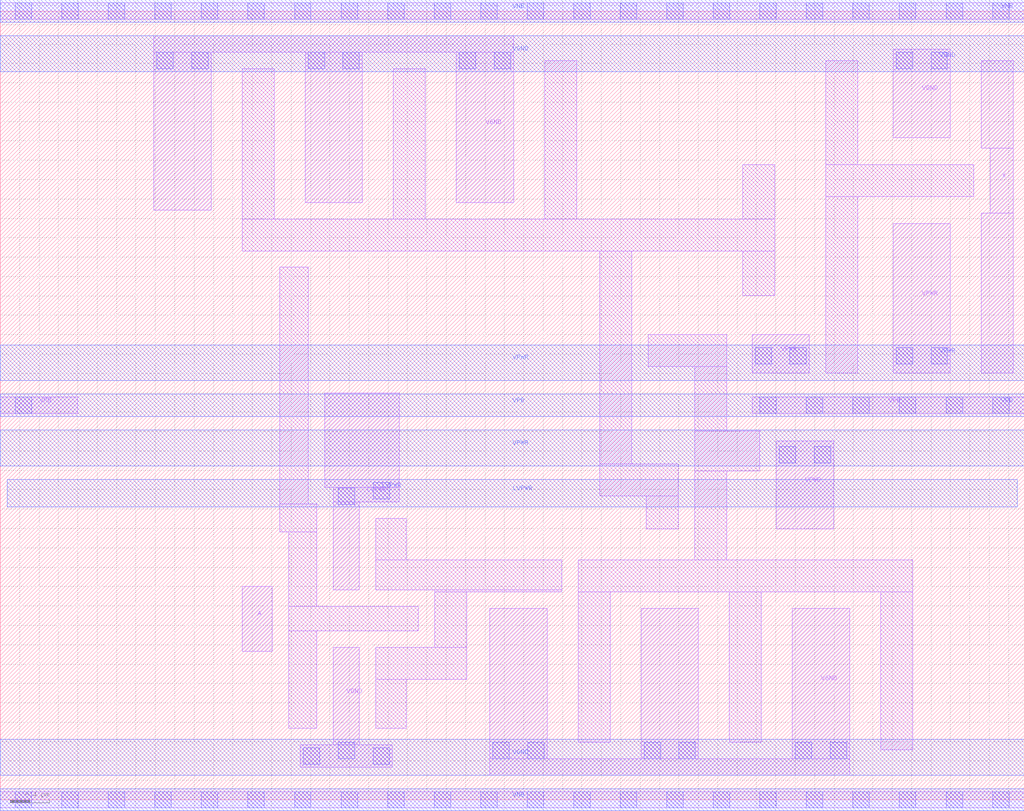
<source format=lef>
# Copyright 2020 The SkyWater PDK Authors
#
# Licensed under the Apache License, Version 2.0 (the "License");
# you may not use this file except in compliance with the License.
# You may obtain a copy of the License at
#
#     https://www.apache.org/licenses/LICENSE-2.0
#
# Unless required by applicable law or agreed to in writing, software
# distributed under the License is distributed on an "AS IS" BASIS,
# WITHOUT WARRANTIES OR CONDITIONS OF ANY KIND, either express or implied.
# See the License for the specific language governing permissions and
# limitations under the License.
#
# SPDX-License-Identifier: Apache-2.0

VERSION 5.5 ;
NAMESCASESENSITIVE ON ;
BUSBITCHARS "[]" ;
DIVIDERCHAR "/" ;
MACRO sky130_fd_sc_hvl__lsbuflv2hv_1
  CLASS CORE ;
  SOURCE USER ;
  ORIGIN  0.000000  0.000000 ;
  SIZE  10.56000 BY  8.140000 ;
  SYMMETRY X Y R90 ;
  SITE unithv ;
  PIN A
    ANTENNAGATEAREA  0.252000 ;
    DIRECTION INPUT ;
    USE SIGNAL ;
    PORT
      LAYER li1 ;
        RECT 2.495000 1.530000 2.805000 2.200000 ;
    END
  END A
  PIN X
    ANTENNADIFFAREA  0.596250 ;
    DIRECTION OUTPUT ;
    USE SIGNAL ;
    PORT
      LAYER li1 ;
        RECT 10.120000 4.405000 10.450000 6.055000 ;
        RECT 10.120000 6.725000 10.450000 7.625000 ;
        RECT 10.210000 6.055000 10.450000 6.725000 ;
    END
  END X
  PIN LVPWR
    DIRECTION INOUT ;
    USE POWER ;
    PORT
      LAYER li1 ;
        RECT 3.345000 3.225000 4.115000 4.200000 ;
        RECT 3.435000 2.165000 3.705000 3.075000 ;
        RECT 3.435000 3.075000 4.115000 3.225000 ;
    END
    PORT
      LAYER mcon ;
        RECT 3.485000 3.050000 3.655000 3.220000 ;
        RECT 3.845000 3.105000 4.015000 3.275000 ;
    END
    PORT
      LAYER met1 ;
        RECT 0.070000 3.020000 10.490000 3.305000 ;
    END
  END LVPWR
  PIN VGND
    DIRECTION INOUT ;
    USE GROUND ;
    PORT
      LAYER li1 ;
        RECT 1.585000 6.085000 2.175000 7.715000 ;
        RECT 1.585000 7.715000 5.295000 7.885000 ;
        RECT 3.145000 6.165000 3.735000 7.715000 ;
        RECT 4.705000 6.165000 5.295000 7.715000 ;
    END
    PORT
      LAYER li1 ;
        RECT 3.095000 0.335000 4.045000 0.565000 ;
        RECT 3.435000 0.565000 3.705000 1.575000 ;
    END
    PORT
      LAYER li1 ;
        RECT 5.050000 0.255000 8.760000 0.425000 ;
        RECT 5.050000 0.425000 5.640000 1.975000 ;
        RECT 6.610000 0.425000 7.200000 1.975000 ;
        RECT 8.170000 0.425000 8.760000 1.975000 ;
    END
    PORT
      LAYER li1 ;
        RECT 9.210000 6.835000 9.800000 7.745000 ;
    END
    PORT
      LAYER mcon ;
        RECT 1.615000 7.545000 1.785000 7.715000 ;
        RECT 1.975000 7.545000 2.145000 7.715000 ;
        RECT 3.125000 0.365000 3.295000 0.535000 ;
        RECT 3.175000 7.545000 3.345000 7.715000 ;
        RECT 3.485000 0.425000 3.655000 0.595000 ;
        RECT 3.535000 7.545000 3.705000 7.715000 ;
        RECT 3.845000 0.365000 4.015000 0.535000 ;
        RECT 4.735000 7.545000 4.905000 7.715000 ;
        RECT 5.080000 0.425000 5.250000 0.595000 ;
        RECT 5.095000 7.545000 5.265000 7.715000 ;
        RECT 5.440000 0.425000 5.610000 0.595000 ;
        RECT 6.640000 0.425000 6.810000 0.595000 ;
        RECT 7.000000 0.425000 7.170000 0.595000 ;
        RECT 8.200000 0.425000 8.370000 0.595000 ;
        RECT 8.560000 0.425000 8.730000 0.595000 ;
        RECT 9.240000 7.545000 9.410000 7.715000 ;
        RECT 9.600000 7.545000 9.770000 7.715000 ;
    END
    PORT
      LAYER met1 ;
        RECT 0.000000 0.255000 10.560000 0.625000 ;
    END
    PORT
      LAYER met1 ;
        RECT 0.000000 7.515000 10.560000 7.885000 ;
    END
  END VGND
  PIN VNB
    DIRECTION INOUT ;
    USE GROUND ;
    PORT
      LAYER li1 ;
        RECT 0.000000 -0.085000 10.560000 0.085000 ;
    END
    PORT
      LAYER li1 ;
        RECT 0.000000 8.055000 10.560000 8.225000 ;
    END
    PORT
      LAYER mcon ;
        RECT  0.155000 -0.085000  0.325000 0.085000 ;
        RECT  0.155000  8.055000  0.325000 8.225000 ;
        RECT  0.635000 -0.085000  0.805000 0.085000 ;
        RECT  0.635000  8.055000  0.805000 8.225000 ;
        RECT  1.115000 -0.085000  1.285000 0.085000 ;
        RECT  1.115000  8.055000  1.285000 8.225000 ;
        RECT  1.595000 -0.085000  1.765000 0.085000 ;
        RECT  1.595000  8.055000  1.765000 8.225000 ;
        RECT  2.075000 -0.085000  2.245000 0.085000 ;
        RECT  2.075000  8.055000  2.245000 8.225000 ;
        RECT  2.555000 -0.085000  2.725000 0.085000 ;
        RECT  2.555000  8.055000  2.725000 8.225000 ;
        RECT  3.035000 -0.085000  3.205000 0.085000 ;
        RECT  3.035000  8.055000  3.205000 8.225000 ;
        RECT  3.515000 -0.085000  3.685000 0.085000 ;
        RECT  3.515000  8.055000  3.685000 8.225000 ;
        RECT  3.995000 -0.085000  4.165000 0.085000 ;
        RECT  3.995000  8.055000  4.165000 8.225000 ;
        RECT  4.475000 -0.085000  4.645000 0.085000 ;
        RECT  4.475000  8.055000  4.645000 8.225000 ;
        RECT  4.955000 -0.085000  5.125000 0.085000 ;
        RECT  4.955000  8.055000  5.125000 8.225000 ;
        RECT  5.435000 -0.085000  5.605000 0.085000 ;
        RECT  5.435000  8.055000  5.605000 8.225000 ;
        RECT  5.915000 -0.085000  6.085000 0.085000 ;
        RECT  5.915000  8.055000  6.085000 8.225000 ;
        RECT  6.395000 -0.085000  6.565000 0.085000 ;
        RECT  6.395000  8.055000  6.565000 8.225000 ;
        RECT  6.875000 -0.085000  7.045000 0.085000 ;
        RECT  6.875000  8.055000  7.045000 8.225000 ;
        RECT  7.355000 -0.085000  7.525000 0.085000 ;
        RECT  7.355000  8.055000  7.525000 8.225000 ;
        RECT  7.835000 -0.085000  8.005000 0.085000 ;
        RECT  7.835000  8.055000  8.005000 8.225000 ;
        RECT  8.315000 -0.085000  8.485000 0.085000 ;
        RECT  8.315000  8.055000  8.485000 8.225000 ;
        RECT  8.795000 -0.085000  8.965000 0.085000 ;
        RECT  8.795000  8.055000  8.965000 8.225000 ;
        RECT  9.275000 -0.085000  9.445000 0.085000 ;
        RECT  9.275000  8.055000  9.445000 8.225000 ;
        RECT  9.755000 -0.085000  9.925000 0.085000 ;
        RECT  9.755000  8.055000  9.925000 8.225000 ;
        RECT 10.235000 -0.085000 10.405000 0.085000 ;
        RECT 10.235000  8.055000 10.405000 8.225000 ;
    END
    PORT
      LAYER met1 ;
        RECT 0.000000 -0.115000 10.560000 0.115000 ;
    END
    PORT
      LAYER met1 ;
        RECT 0.000000 8.025000 10.560000 8.255000 ;
    END
  END VNB
  PIN VPB
    DIRECTION INOUT ;
    USE POWER ;
    PORT
      LAYER li1 ;
        RECT 0.000000 3.985000 0.800000 4.155000 ;
    END
    PORT
      LAYER li1 ;
        RECT 7.755000 3.985000 10.560000 4.155000 ;
    END
    PORT
      LAYER mcon ;
        RECT  0.155000 3.985000  0.325000 4.155000 ;
        RECT  7.835000 3.985000  8.005000 4.155000 ;
        RECT  8.315000 3.985000  8.485000 4.155000 ;
        RECT  8.795000 3.985000  8.965000 4.155000 ;
        RECT  9.275000 3.985000  9.445000 4.155000 ;
        RECT  9.755000 3.985000  9.925000 4.155000 ;
        RECT 10.235000 3.985000 10.405000 4.155000 ;
    END
    PORT
      LAYER met1 ;
        RECT 0.000000 3.955000 10.560000 4.185000 ;
    END
  END VPB
  PIN VPWR
    DIRECTION INOUT ;
    USE POWER ;
    PORT
      LAYER li1 ;
        RECT 7.755000 4.405000 8.345000 4.800000 ;
    END
    PORT
      LAYER li1 ;
        RECT 8.005000 2.795000 8.595000 3.705000 ;
    END
    PORT
      LAYER li1 ;
        RECT 9.210000 4.405000 9.800000 5.945000 ;
    END
    PORT
      LAYER mcon ;
        RECT 7.785000 4.495000 7.955000 4.665000 ;
        RECT 8.035000 3.475000 8.205000 3.645000 ;
        RECT 8.145000 4.495000 8.315000 4.665000 ;
        RECT 8.395000 3.475000 8.565000 3.645000 ;
        RECT 9.240000 4.495000 9.410000 4.665000 ;
        RECT 9.600000 4.495000 9.770000 4.665000 ;
    END
    PORT
      LAYER met1 ;
        RECT 0.000000 3.445000 10.560000 3.815000 ;
    END
    PORT
      LAYER met1 ;
        RECT 0.000000 4.325000 10.560000 4.695000 ;
    END
  END VPWR
  OBS
    LAYER li1 ;
      RECT 2.495000 5.665000  7.990000 5.995000 ;
      RECT 2.495000 5.995000  2.825000 7.545000 ;
      RECT 2.885000 2.765000  3.265000 3.055000 ;
      RECT 2.885000 3.055000  3.175000 5.495000 ;
      RECT 2.975000 0.735000  3.265000 1.745000 ;
      RECT 2.975000 1.745000  4.310000 1.995000 ;
      RECT 2.975000 1.995000  3.265000 2.765000 ;
      RECT 3.875000 0.735000  4.185000 1.245000 ;
      RECT 3.875000 1.245000  4.810000 1.575000 ;
      RECT 3.875000 2.165000  5.790000 2.475000 ;
      RECT 3.875000 2.475000  4.185000 2.905000 ;
      RECT 4.055000 5.995000  4.385000 7.545000 ;
      RECT 4.480000 1.575000  4.810000 2.145000 ;
      RECT 4.480000 2.145000  5.790000 2.165000 ;
      RECT 5.615000 5.995000  5.945000 7.625000 ;
      RECT 5.960000 0.595000  6.290000 2.145000 ;
      RECT 5.960000 2.145000  9.410000 2.475000 ;
      RECT 6.185000 3.135000  6.995000 3.465000 ;
      RECT 6.185000 3.465000  6.515000 5.665000 ;
      RECT 6.665000 2.795000  6.995000 3.135000 ;
      RECT 6.685000 4.470000  7.495000 4.800000 ;
      RECT 7.165000 2.475000  7.495000 3.395000 ;
      RECT 7.165000 3.395000  7.835000 3.805000 ;
      RECT 7.165000 3.805000  7.495000 4.470000 ;
      RECT 7.520000 0.595000  7.850000 2.145000 ;
      RECT 7.660000 5.205000  7.990000 5.665000 ;
      RECT 7.660000 5.995000  7.990000 6.555000 ;
      RECT 8.515000 4.405000  8.845000 6.225000 ;
      RECT 8.515000 6.225000 10.040000 6.555000 ;
      RECT 8.515000 6.555000  8.845000 7.625000 ;
      RECT 9.080000 0.515000  9.410000 2.145000 ;
  END
END sky130_fd_sc_hvl__lsbuflv2hv_1
END LIBRARY

</source>
